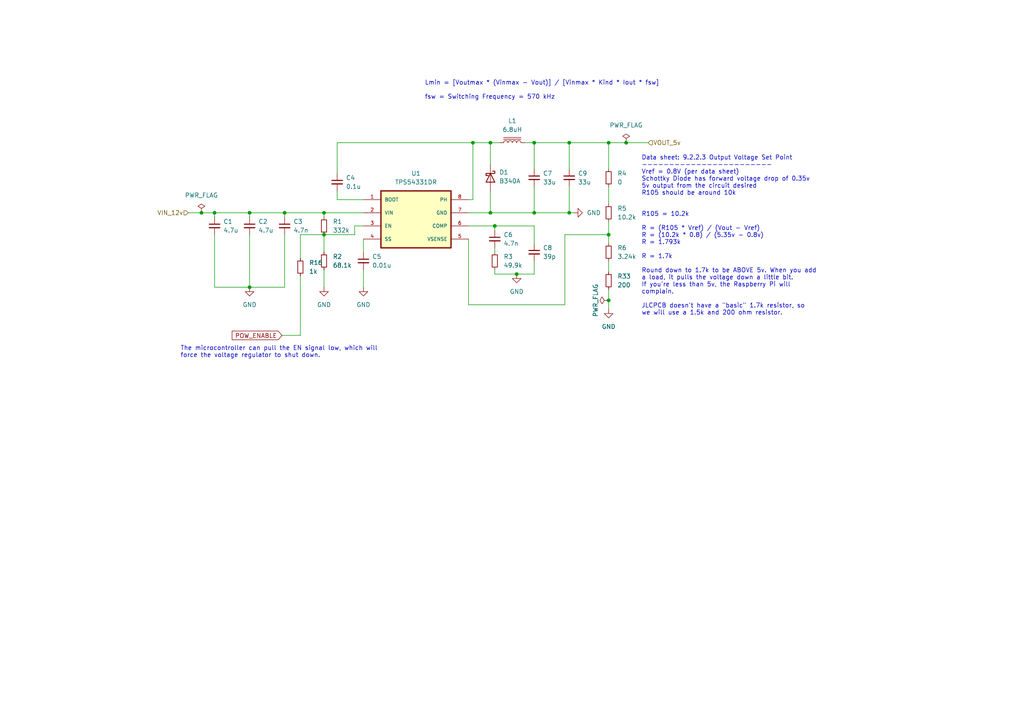
<source format=kicad_sch>
(kicad_sch (version 20211123) (generator eeschema)
  (paper "A4")
  (lib_symbols
    (symbol "Device:C_Small" (pin_numbers hide) (pin_names (offset 0.254) hide)
      (property "Reference" "C" (at 0.254 1.778 0))
      (property "Value" "C_Small" (at 0.254 -2.032 0))
      (symbol "C_Small_0_1"
        (polyline (pts (xy -1.524 -0.508) (xy 1.524 -0.508)) (stroke (width 0.3302)))
        (polyline (pts (xy -1.524 0.508) (xy 1.524 0.508)) (stroke (width 0.3048)))
      )
      (symbol "C_Small_1_1"
        (pin passive line (at 0 2.54 270) (length 2.032) (name "~") (number "1"))
        (pin passive line (at 0 -2.54 90) (length 2.032) (name "~") (number "2"))
      )
    )
    (symbol "Device:L_Iron" (pin_numbers hide) (pin_names (offset 1.016) hide)
      (property "Reference" "L" (at -1.27 0 90))
      (property "Value" "L_Iron" (at 2.794 0 90))
      (symbol "L_Iron_0_1"
        (arc (start 0 -2.54) (mid 0.635 -1.905) (end 0 -1.27))
        (arc (start 0 -1.27) (mid 0.635 -0.635) (end 0 0))
        (polyline (pts (xy 1.016 2.54) (xy 1.016 -2.54)))
        (polyline (pts (xy 1.524 -2.54) (xy 1.524 2.54)))
        (arc (start 0 0) (mid 0.635 0.635) (end 0 1.27))
        (arc (start 0 1.27) (mid 0.635 1.905) (end 0 2.54))
      )
      (symbol "L_Iron_1_1"
        (pin passive line (at 0 3.81 270) (length 1.27) (name "1") (number "1"))
        (pin passive line (at 0 -3.81 90) (length 1.27) (name "2") (number "2"))
      )
    )
    (symbol "Device:R_Small" (pin_numbers hide) (pin_names (offset 0.254) hide)
      (property "Reference" "R" (at 0.762 0.508 0))
      (property "Value" "R_Small" (at 0.762 -1.016 0))
      (symbol "R_Small_0_1"
        (rectangle (start -0.762 1.778) (end 0.762 -1.778) (stroke (width 0.2032)))
      )
      (symbol "R_Small_1_1"
        (pin passive line (at 0 2.54 270) (length 0.762) (name "~") (number "1"))
        (pin passive line (at 0 -2.54 90) (length 0.762) (name "~") (number "2"))
      )
    )
    (symbol "Diode:B340" (pin_numbers hide) (pin_names (offset 1.016) hide)
      (property "Reference" "D" (at 0 2.54 0))
      (property "Value" "B340" (at 0 -2.54 0))
      (symbol "B340_0_1"
        (polyline (pts (xy 1.27 0) (xy -1.27 0)))
        (polyline (pts (xy 1.27 1.27) (xy 1.27 -1.27) (xy -1.27 0) (xy 1.27 1.27)) (stroke (width 0.254)))
        (polyline (pts (xy -1.905 0.635) (xy -1.905 1.27) (xy -1.27 1.27) (xy -1.27 -1.27) (xy -0.635 -1.27) (xy -0.635 -0.635)) (stroke (width 0.254)))
      )
      (symbol "B340_1_1"
        (pin passive line (at -3.81 0 0) (length 2.54) (name "K") (number "1"))
        (pin passive line (at 3.81 0 180) (length 2.54) (name "A") (number "2"))
      )
    )
    (symbol "TPS54331DR:TPS54331DR" (pin_names (offset 1.016))
      (property "Reference" "U" (at -12.7 12.7 0))
      (property "Value" "TPS54331DR" (at -5.08 12.7 0))
      (symbol "TPS54331DR_0_0"
        (rectangle (start -12.7 12.7) (end 7.62 -3.81) (stroke (width 0.4064)) (fill (type background)))
        (pin input line (at -17.78 10.16 0) (length 5.08) (name "BOOT") (number "1"))
        (pin input line (at -17.78 6.35 0) (length 5.08) (name "VIN") (number "2"))
        (pin input line (at -17.78 2.54 0) (length 5.08) (name "EN") (number "3"))
        (pin input line (at -17.78 -1.27 0) (length 5.08) (name "SS") (number "4"))
        (pin input line (at 12.7 -1.27 180) (length 5.08) (name "VSENSE") (number "5"))
        (pin output line (at 12.7 2.54 180) (length 5.08) (name "COMP") (number "6"))
        (pin power_in line (at 12.7 6.35 180) (length 5.08) (name "GND") (number "7"))
        (pin input line (at 12.7 10.16 180) (length 5.08) (name "PH") (number "8"))
      )
    )
    (symbol "power:GND" (power) (pin_names (offset 0))
      (property "Value" "GND" (at 0 -3.81 0))
      (symbol "GND_0_1"
        (polyline (pts (xy 0 0) (xy 0 -1.27) (xy 1.27 -1.27) (xy 0 -2.54) (xy -1.27 -1.27) (xy 0 -1.27)))
      )
      (symbol "GND_1_1"
        (pin power_in line (at 0 0 270) (length 0) hide (name "GND") (number "1"))
      )
    )
    (symbol "power:PWR_FLAG" (power) (pin_numbers hide) (pin_names (offset 0) hide)
      (property "Value" "PWR_FLAG" (at 0 3.81 0))
      (symbol "PWR_FLAG_0_0"
        (pin power_out line (at 0 0 90) (length 0) (name "pwr") (number "1"))
      )
      (symbol "PWR_FLAG_0_1"
        (polyline (pts (xy 0 0) (xy 0 1.27) (xy -1.016 1.905) (xy 0 2.54) (xy 1.016 1.905) (xy 0 1.27)))
      )
    )
  )
  (junction (at 82.55 61.722))
  (junction (at 142.24 61.722))
  (junction (at 93.98 61.722))
  (junction (at 62.23 61.722))
  (junction (at 154.94 41.402))
  (junction (at 137.16 41.402))
  (junction (at 93.98 68.072))
  (junction (at 154.94 61.722))
  (junction (at 72.39 61.722))
  (junction (at 142.24 41.402))
  (junction (at 176.53 41.402))
  (junction (at 58.42 61.722))
  (junction (at 72.39 83.312))
  (junction (at 165.1 61.722))
  (junction (at 181.61 41.402))
  (junction (at 165.1 41.402))
  (junction (at 176.53 87.122))
  (junction (at 176.53 68.072))
  (junction (at 143.51 65.532))
  (junction (at 149.86 79.502))
  (wire (pts (xy 142.24 41.402) (xy 142.24 47.752)))
  (wire (pts (xy 93.98 68.072) (xy 102.87 68.072)))
  (wire (pts (xy 72.39 61.722) (xy 72.39 62.992)))
  (wire (pts (xy 102.87 65.532) (xy 102.87 68.072)))
  (wire (pts (xy 142.24 61.722) (xy 154.94 61.722)))
  (wire (pts (xy 135.89 61.722) (xy 142.24 61.722)))
  (wire (pts (xy 176.53 87.122) (xy 176.53 89.662)))
  (wire (pts (xy 143.51 66.802) (xy 143.51 65.532)))
  (wire (pts (xy 181.61 41.402) (xy 187.96 41.402)))
  (wire (pts (xy 72.39 61.722) (xy 82.55 61.722)))
  (wire (pts (xy 176.53 64.262) (xy 176.53 68.072)))
  (wire (pts (xy 62.23 68.072) (xy 62.23 83.312)))
  (wire (pts (xy 62.23 83.312) (xy 72.39 83.312)))
  (wire (pts (xy 62.23 61.722) (xy 72.39 61.722)))
  (wire (pts (xy 154.94 61.722) (xy 165.1 61.722)))
  (wire (pts (xy 165.1 41.402) (xy 176.53 41.402)))
  (wire (pts (xy 105.41 78.232) (xy 105.41 83.312)))
  (wire (pts (xy 54.61 61.722) (xy 58.42 61.722)))
  (wire (pts (xy 176.53 83.947) (xy 176.53 87.122)))
  (wire (pts (xy 137.16 41.402) (xy 142.24 41.402)))
  (wire (pts (xy 87.122 97.282) (xy 81.788 97.282)))
  (wire (pts (xy 163.83 68.072) (xy 176.53 68.072)))
  (wire (pts (xy 176.53 41.402) (xy 181.61 41.402)))
  (wire (pts (xy 143.51 73.152) (xy 143.51 71.882)))
  (wire (pts (xy 87.122 80.01) (xy 87.122 97.282)))
  (wire (pts (xy 93.98 68.072) (xy 93.98 73.152)))
  (wire (pts (xy 154.94 41.402) (xy 165.1 41.402)))
  (wire (pts (xy 143.51 65.532) (xy 154.94 65.532)))
  (wire (pts (xy 105.41 65.532) (xy 102.87 65.532)))
  (wire (pts (xy 82.55 68.072) (xy 82.55 83.312)))
  (wire (pts (xy 142.24 61.722) (xy 142.24 55.372)))
  (wire (pts (xy 142.24 41.402) (xy 144.78 41.402)))
  (wire (pts (xy 93.98 78.232) (xy 93.98 83.312)))
  (wire (pts (xy 58.42 61.722) (xy 62.23 61.722)))
  (wire (pts (xy 105.41 69.342) (xy 105.41 73.152)))
  (wire (pts (xy 165.1 61.722) (xy 165.1 54.102)))
  (wire (pts (xy 152.4 41.402) (xy 154.94 41.402)))
  (wire (pts (xy 176.53 68.072) (xy 176.53 70.612)))
  (wire (pts (xy 149.86 79.502) (xy 154.94 79.502)))
  (wire (pts (xy 176.53 41.402) (xy 176.53 49.022)))
  (wire (pts (xy 143.51 79.502) (xy 149.86 79.502)))
  (wire (pts (xy 82.55 61.722) (xy 93.98 61.722)))
  (wire (pts (xy 97.79 50.292) (xy 97.79 41.402)))
  (wire (pts (xy 137.16 57.912) (xy 137.16 41.402)))
  (wire (pts (xy 166.37 61.722) (xy 165.1 61.722)))
  (wire (pts (xy 87.122 68.072) (xy 93.98 68.072)))
  (wire (pts (xy 82.55 83.312) (xy 72.39 83.312)))
  (wire (pts (xy 82.55 61.722) (xy 82.55 62.992)))
  (wire (pts (xy 154.94 54.102) (xy 154.94 61.722)))
  (wire (pts (xy 97.79 41.402) (xy 137.16 41.402)))
  (wire (pts (xy 97.79 57.912) (xy 97.79 55.372)))
  (wire (pts (xy 163.83 88.392) (xy 163.83 68.072)))
  (wire (pts (xy 72.39 68.072) (xy 72.39 83.312)))
  (wire (pts (xy 165.1 41.402) (xy 165.1 49.022)))
  (wire (pts (xy 143.51 78.232) (xy 143.51 79.502)))
  (wire (pts (xy 135.89 88.392) (xy 163.83 88.392)))
  (wire (pts (xy 135.89 69.342) (xy 135.89 88.392)))
  (wire (pts (xy 135.89 57.912) (xy 137.16 57.912)))
  (wire (pts (xy 176.53 54.102) (xy 176.53 59.182)))
  (wire (pts (xy 87.122 74.93) (xy 87.122 68.072)))
  (wire (pts (xy 154.94 79.502) (xy 154.94 75.692)))
  (wire (pts (xy 105.41 57.912) (xy 97.79 57.912)))
  (wire (pts (xy 154.94 65.532) (xy 154.94 70.612)))
  (wire (pts (xy 93.98 61.722) (xy 93.98 62.992)))
  (wire (pts (xy 62.23 61.722) (xy 62.23 62.992)))
  (wire (pts (xy 135.89 65.532) (xy 143.51 65.532)))
  (wire (pts (xy 176.53 75.692) (xy 176.53 78.867)))
  (wire (pts (xy 154.94 41.402) (xy 154.94 49.022)))
  (wire (pts (xy 93.98 61.722) (xy 105.41 61.722)))
  (text "The microcontroller can pull the EN signal low, which will\nforce the voltage regulator to shut down." (at 52.324 103.886 0) (effects (font (size 1.27 1.27)) (justify left bottom)))
  (text "Data sheet: 9.2.2.3 Output Voltage Set Point\n------------------------\nVref = 0.8V (per data sheet)\nSchottky Diode has forward voltage drop of 0.35v\n5v output from the circuit desired\nR105 should be around 10k\n\n\nR105 = 10.2k\n\nR = (R105 * Vref) / (Vout - Vref)\nR = (10.2k * 0.8) / (5.35v - 0.8v)\nR = 1.793k\n\nR = 1.7k\n\nRound down to 1.7k to be ABOVE 5v. When you add \na load, it pulls the voltage down a little bit. \nIf you're less than 5v, the Raspberry Pi will \ncomplain.\n\nJLCPCB doesn't have a \"basic\" 1.7k resistor, so \nwe will use a 1.5k and 200 ohm resistor." (at 186.055 91.567 0) (effects (font (size 1.27 1.27)) (justify left bottom)))
  (text "Lmin = [Voutmax * (Vinmax - Vout)] / [Vinmax * Kind * Iout * fsw]\n\nfsw = Switching Frequency = 570 kHz\n" (at 123.19 28.956 0) (effects (font (size 1.27 1.27)) (justify left bottom)))
  (global_label "POW_ENABLE" (shape input) (at 81.788 97.282 180) (property "Intersheet References" "${INTERSHEET_REFS}" (effects hide)))
  (hierarchical_label "VIN_12v" (shape input) (at 54.61 61.722 180))
  (hierarchical_label "VOUT_5v" (shape input) (at 187.96 41.402 0))
  (symbol (lib_id "Device:C_Small") (at 154.94 73.152 0) (unit 1)
    (property "Reference" "C8" (at 157.48 71.8882 0) (effects (justify left)))
    (property "Value" "39p" (at 157.48 74.4282 0) (effects (justify left)))
    (property "Footprint" "Capacitor_SMD:C_0805_2012Metric" (effects hide))
    (property "LCSC" "C296098" (effects hide))
  )
  (symbol (lib_id "power:PWR_FLAG") (at 176.53 87.122 90) (unit 1)
    (property "Reference" "#FLG0103" (effects hide))
    (property "Value" "PWR_FLAG" (at 172.72 87.122 0))
  )
  (symbol (lib_id "Device:C_Small") (at 62.23 65.532 0) (unit 1)
    (property "Reference" "C1" (at 64.77 64.2682 0) (effects (justify left)))
    (property "Value" "4.7u" (at 64.77 66.8082 0) (effects (justify left)))
    (property "Footprint" "Capacitor_SMD:C_0805_2012Metric" (effects hide))
    (property "LCSC" "C1779" (effects hide))
  )
  (symbol (lib_id "power:GND") (at 166.37 61.722 90) (unit 1)
    (property "Reference" "#PWR0106" (effects hide))
    (property "Value" "GND" (at 170.18 61.7219 90) (effects (justify right)))
  )
  (symbol (lib_id "power:GND") (at 93.98 83.312 0) (unit 1)
    (property "Reference" "#PWR0102" (effects hide))
    (property "Value" "GND" (at 93.98 88.392 0))
  )
  (symbol (lib_id "Device:C_Small") (at 154.94 51.562 0) (unit 1)
    (property "Reference" "C7" (at 157.48 50.2982 0) (effects (justify left)))
    (property "Value" "33u" (at 157.48 52.8382 0) (effects (justify left)))
    (property "Footprint" "Capacitor_SMD:C_0805_2012Metric" (effects hide))
    (property "LCSC" "C342635" (effects hide))
  )
  (symbol (lib_id "power:GND") (at 72.39 83.312 0) (unit 1)
    (property "Reference" "#PWR0103" (effects hide))
    (property "Value" "GND" (at 72.39 88.392 0))
  )
  (symbol (lib_id "Device:R_Small") (at 176.53 73.152 0) (unit 1)
    (property "Reference" "R6" (at 179.07 71.8819 0) (effects (justify left)))
    (property "Value" "3.24k" (at 179.07 74.4219 0) (effects (justify left)))
    (property "Footprint" "Resistor_SMD:R_0805_2012Metric" (effects hide))
    (property "LCSC" "C4310" (effects hide))
  )
  (symbol (lib_id "power:GND") (at 105.41 83.312 0) (unit 1)
    (property "Reference" "#PWR0101" (effects hide))
    (property "Value" "GND" (at 105.41 88.392 0))
  )
  (symbol (lib_id "Device:R_Small") (at 93.98 65.532 0) (unit 1)
    (property "Reference" "R1" (at 96.52 64.2619 0) (effects (justify left)))
    (property "Value" "332k" (at 96.52 66.8019 0) (effects (justify left)))
    (property "Footprint" "Resistor_SMD:R_0805_2012Metric" (effects hide))
    (property "LCSC" "C17631" (effects hide))
  )
  (symbol (lib_id "Diode:B340") (at 142.24 51.562 270) (unit 1)
    (property "Reference" "D1" (at 144.78 49.9744 90) (effects (justify left)))
    (property "Value" "B340A" (at 144.78 52.5144 90) (effects (justify left)))
    (property "Footprint" "Diode_SMD:D_SMA" (effects hide))
    (property "Datasheet" "http://www.jameco.com/Jameco/Products/ProdDS/1538777.pdf" (effects hide))
    (property "LCSC" "C64982" (effects hide))
  )
  (symbol (lib_id "Device:R_Small") (at 176.53 51.562 0) (unit 1)
    (property "Reference" "R4" (at 179.07 50.2919 0) (effects (justify left)))
    (property "Value" "0" (at 179.07 52.8319 0) (effects (justify left)))
    (property "Footprint" "Resistor_SMD:R_0805_2012Metric" (effects hide))
    (property "LCSC" "C17477" (effects hide))
  )
  (symbol (lib_id "Device:R_Small") (at 87.122 77.47 0) (unit 1)
    (property "Reference" "R16" (at 89.662 76.1999 0) (effects (justify left)))
    (property "Value" "1k" (at 89.662 78.7399 0) (effects (justify left)))
    (property "Footprint" "Resistor_SMD:R_0805_2012Metric" (effects hide))
    (property "DigikeyPN" "CF14JT1K00CT-ND" (effects hide))
    (property "LCSC" "C17513" (effects hide))
  )
  (symbol (lib_id "power:PWR_FLAG") (at 181.61 41.402 0) (unit 1)
    (property "Reference" "#FLG0102" (effects hide))
    (property "Value" "PWR_FLAG" (at 181.61 36.322 0))
  )
  (symbol (lib_id "Device:C_Small") (at 82.55 65.532 0) (unit 1)
    (property "Reference" "C3" (at 85.09 64.2682 0) (effects (justify left)))
    (property "Value" "4.7n" (at 85.09 66.8082 0) (effects (justify left)))
    (property "Footprint" "Capacitor_SMD:C_0805_2012Metric" (effects hide))
    (property "LCSC" "C1744" (effects hide))
  )
  (symbol (lib_id "Device:C_Small") (at 165.1 51.562 0) (unit 1)
    (property "Reference" "C9" (at 167.64 50.2982 0) (effects (justify left)))
    (property "Value" "33u" (at 167.64 52.8382 0) (effects (justify left)))
    (property "Footprint" "Capacitor_SMD:C_0805_2012Metric" (effects hide))
    (property "LCSC" "C342635" (effects hide))
  )
  (symbol (lib_id "Device:R_Small") (at 93.98 75.692 0) (unit 1)
    (property "Reference" "R2" (at 96.52 74.4219 0) (effects (justify left)))
    (property "Value" "68.1k" (at 96.52 76.9619 0) (effects (justify left)))
    (property "Footprint" "Resistor_SMD:R_0805_2012Metric" (effects hide))
    (property "LCSC" "C17795" (effects hide))
  )
  (symbol (lib_id "Device:C_Small") (at 143.51 69.342 0) (unit 1)
    (property "Reference" "C6" (at 146.05 68.0782 0) (effects (justify left)))
    (property "Value" "4.7n" (at 146.05 70.6182 0) (effects (justify left)))
    (property "Footprint" "Capacitor_SMD:C_0805_2012Metric" (effects hide))
    (property "LCSC" "C1744" (effects hide))
  )
  (symbol (lib_id "Device:R_Small") (at 176.53 61.722 0) (unit 1)
    (property "Reference" "R5" (at 179.07 60.4519 0) (effects (justify left)))
    (property "Value" "10.2k" (at 179.07 62.9919 0) (effects (justify left)))
    (property "Footprint" "Resistor_SMD:R_0805_2012Metric" (effects hide))
    (property "LCSC" "C17402" (effects hide))
  )
  (symbol (lib_id "Device:R_Small") (at 143.51 75.692 0) (unit 1)
    (property "Reference" "R3" (at 146.05 74.4219 0) (effects (justify left)))
    (property "Value" "49.9k" (at 146.05 76.9619 0) (effects (justify left)))
    (property "Footprint" "Resistor_SMD:R_0805_2012Metric" (effects hide))
    (property "LCSC" "C17719" (effects hide))
  )
  (symbol (lib_id "Device:L_Iron") (at 148.59 41.402 90) (unit 1)
    (property "Reference" "L1" (at 148.59 35.052 90))
    (property "Value" "6.8uH" (at 148.59 37.592 90))
    (property "Footprint" "raspberrypi_supercap_ups_lib:Sunltech_SLO0530H" (effects hide))
    (property "LCSC" "C325965" (effects hide))
  )
  (symbol (lib_id "TPS54331DR:TPS54331DR") (at 123.19 68.072 0) (unit 1)
    (property "Reference" "U1" (at 120.65 50.292 0))
    (property "Value" "TPS54331DR" (at 120.65 52.832 0))
    (property "Footprint" "SOIC127P599X175-8N" (effects hide))
    (property "LCSC" "C9865" (effects hide))
  )
  (symbol (lib_id "power:GND") (at 149.86 79.502 0) (unit 1)
    (property "Reference" "#PWR0104" (effects hide))
    (property "Value" "GND" (at 149.86 84.582 0))
  )
  (symbol (lib_id "power:PWR_FLAG") (at 58.42 61.722 0) (unit 1)
    (property "Reference" "#FLG0101" (effects hide))
    (property "Value" "PWR_FLAG" (at 58.42 56.642 0))
  )
  (symbol (lib_id "Device:C_Small") (at 97.79 52.832 0) (unit 1)
    (property "Reference" "C4" (at 100.33 51.5682 0) (effects (justify left)))
    (property "Value" "0.1u" (at 100.33 54.1082 0) (effects (justify left)))
    (property "Footprint" "Capacitor_SMD:C_0805_2012Metric" (effects hide))
    (property "LCSC" "C28233" (effects hide))
  )
  (symbol (lib_id "power:GND") (at 176.53 89.662 0) (unit 1)
    (property "Reference" "#PWR0105" (effects hide))
    (property "Value" "GND" (at 176.53 94.742 0))
  )
  (symbol (lib_id "Device:C_Small") (at 105.41 75.692 0) (unit 1)
    (property "Reference" "C5" (at 107.95 74.4282 0) (effects (justify left)))
    (property "Value" "0.01u" (at 107.95 76.9682 0) (effects (justify left)))
    (property "Footprint" "Capacitor_SMD:C_0805_2012Metric" (effects hide))
    (property "LCSC" "C1710" (effects hide))
  )
  (symbol (lib_id "Device:C_Small") (at 72.39 65.532 0) (unit 1)
    (property "Reference" "C2" (at 74.93 64.2682 0) (effects (justify left)))
    (property "Value" "4.7u" (at 74.93 66.8082 0) (effects (justify left)))
    (property "Footprint" "Capacitor_SMD:C_0805_2012Metric" (effects hide))
    (property "LCSC" "C1779" (effects hide))
  )
  (symbol (lib_id "Device:R_Small") (at 176.53 81.407 0) (unit 1)
    (property "Reference" "R33" (at 179.07 80.1369 0) (effects (justify left)))
    (property "Value" "200" (at 179.07 82.6769 0) (effects (justify left)))
    (property "Footprint" "Resistor_SMD:R_0805_2012Metric" (effects hide))
    (property "LCSC" "C17557" (effects hide))
  )
)
</source>
